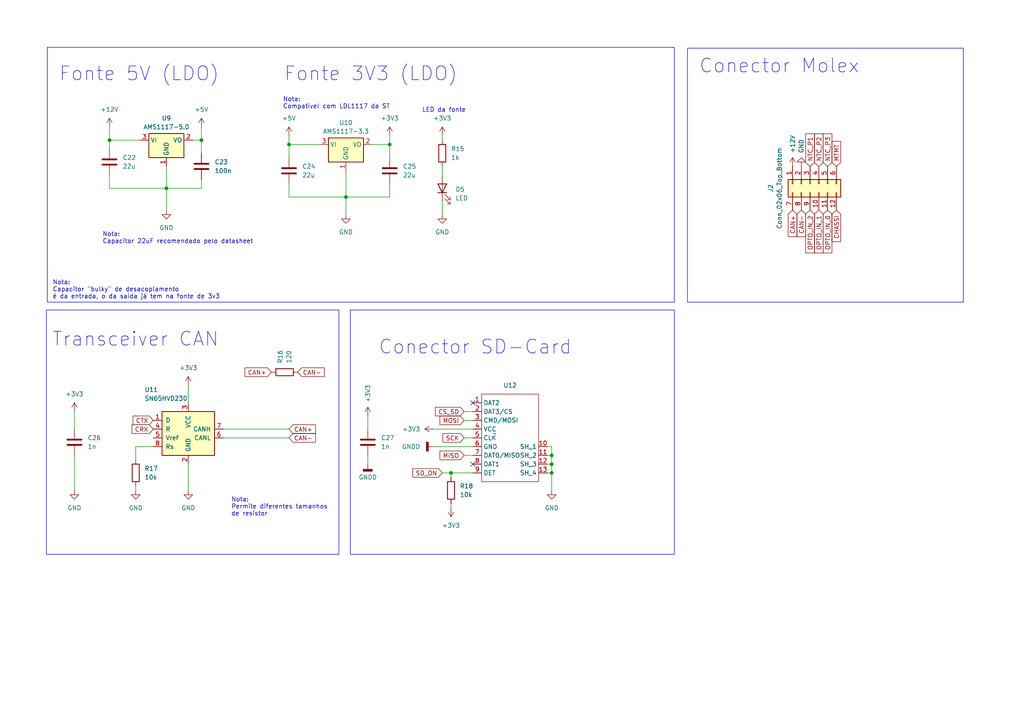
<source format=kicad_sch>
(kicad_sch (version 20231120) (generator "eeschema") (generator_version "8.0")
  (paper "A4")
  (lib_symbols
    (symbol "+3V3_1" (power) (pin_numbers hide) (pin_names (offset 0) hide)
      (property "Value" "+3V3" (at 0 3.556 0))
      (symbol "+3V3_1_0_1"
        (polyline (pts (xy -0.762 1.27) (xy 0 2.54)))
        (polyline (pts (xy 0 0) (xy 0 2.54)))
        (polyline (pts (xy 0 2.54) (xy 0.762 1.27)))
      )
      (symbol "+3V3_1_1_1"
        (pin power_in line (at 0 0 90) (length 0) (name "~") (number "1"))
      )
    )
    (symbol "Baja_Librarys:SD-CARD-GENERIC"
      (property "Reference" "U3" (at 4.445 13.97 0))
      (property "Value" "~" (at 0 0 0))
      (symbol "SD-CARD-GENERIC_0_1"
        (rectangle (start -3.81 11.43) (end 12.7 -13.97))
      )
      (symbol "SD-CARD-GENERIC_1_1"
        (pin input line (at -6.35 8.89 0) (length 2.54) (name "DAT2") (number "1"))
        (pin input line (at 15.24 -3.81 180) (length 2.54) (name "SH_1") (number "10"))
        (pin input line (at 15.24 -6.35 180) (length 2.54) (name "SH_2") (number "11"))
        (pin input line (at 15.24 -8.89 180) (length 2.54) (name "SH_3") (number "12"))
        (pin input line (at 15.24 -11.43 180) (length 2.54) (name "SH_4") (number "13"))
        (pin input line (at -6.35 6.35 0) (length 2.54) (name "DAT3/CS") (number "2"))
        (pin input line (at -6.35 3.81 0) (length 2.54) (name "CMD/MOSI") (number "3"))
        (pin input line (at -6.35 1.27 0) (length 2.54) (name "VCC") (number "4"))
        (pin input line (at -6.35 -1.27 0) (length 2.54) (name "CLK") (number "5"))
        (pin input line (at -6.35 -3.81 0) (length 2.54) (name "GND") (number "6"))
        (pin input line (at -6.35 -6.35 0) (length 2.54) (name "DAT0/MISO") (number "7"))
        (pin input line (at -6.35 -8.89 0) (length 2.54) (name "DAT1") (number "8"))
        (pin input line (at -6.35 -11.43 0) (length 2.54) (name "DET") (number "9"))
      )
    )
    (symbol "Connector_Generic:Conn_02x06_Top_Bottom" (pin_names (offset 1.016) hide)
      (property "Reference" "J" (at 1.27 7.62 0))
      (property "Value" "Conn_02x06_Top_Bottom" (at 1.27 -10.16 0))
      (symbol "Conn_02x06_Top_Bottom_1_1"
        (rectangle (start -1.27 -7.493) (end 0 -7.747) (stroke (width 0.1524)))
        (rectangle (start -1.27 -4.953) (end 0 -5.207) (stroke (width 0.1524)))
        (rectangle (start -1.27 -2.413) (end 0 -2.667) (stroke (width 0.1524)))
        (rectangle (start -1.27 0.127) (end 0 -0.127) (stroke (width 0.1524)))
        (rectangle (start -1.27 2.667) (end 0 2.413) (stroke (width 0.1524)))
        (rectangle (start -1.27 5.207) (end 0 4.953) (stroke (width 0.1524)))
        (rectangle (start -1.27 6.35) (end 3.81 -8.89) (stroke (width 0.254)) (fill (type background)))
        (rectangle (start 3.81 -7.493) (end 2.54 -7.747) (stroke (width 0.1524)))
        (rectangle (start 3.81 -4.953) (end 2.54 -5.207) (stroke (width 0.1524)))
        (rectangle (start 3.81 -2.413) (end 2.54 -2.667) (stroke (width 0.1524)))
        (rectangle (start 3.81 0.127) (end 2.54 -0.127) (stroke (width 0.1524)))
        (rectangle (start 3.81 2.667) (end 2.54 2.413) (stroke (width 0.1524)))
        (rectangle (start 3.81 5.207) (end 2.54 4.953) (stroke (width 0.1524)))
        (pin passive line (at -5.08 5.08 0) (length 3.81) (name "Pin_1") (number "1"))
        (pin passive line (at 7.62 -2.54 180) (length 3.81) (name "Pin_10") (number "10"))
        (pin passive line (at 7.62 -5.08 180) (length 3.81) (name "Pin_11") (number "11"))
        (pin passive line (at 7.62 -7.62 180) (length 3.81) (name "Pin_12") (number "12"))
        (pin passive line (at -5.08 2.54 0) (length 3.81) (name "Pin_2") (number "2"))
        (pin passive line (at -5.08 0 0) (length 3.81) (name "Pin_3") (number "3"))
        (pin passive line (at -5.08 -2.54 0) (length 3.81) (name "Pin_4") (number "4"))
        (pin passive line (at -5.08 -5.08 0) (length 3.81) (name "Pin_5") (number "5"))
        (pin passive line (at -5.08 -7.62 0) (length 3.81) (name "Pin_6") (number "6"))
        (pin passive line (at 7.62 5.08 180) (length 3.81) (name "Pin_7") (number "7"))
        (pin passive line (at 7.62 2.54 180) (length 3.81) (name "Pin_8") (number "8"))
        (pin passive line (at 7.62 0 180) (length 3.81) (name "Pin_9") (number "9"))
      )
    )
    (symbol "Device:C" (pin_numbers hide) (pin_names (offset 0.254))
      (property "Reference" "C" (at 0.635 2.54 0))
      (property "Value" "C" (at 0.635 -2.54 0))
      (symbol "C_0_1"
        (polyline (pts (xy -2.032 -0.762) (xy 2.032 -0.762)) (stroke (width 0.508)))
        (polyline (pts (xy -2.032 0.762) (xy 2.032 0.762)) (stroke (width 0.508)))
      )
      (symbol "C_1_1"
        (pin passive line (at 0 3.81 270) (length 2.794) (name "~") (number "1"))
        (pin passive line (at 0 -3.81 90) (length 2.794) (name "~") (number "2"))
      )
    )
    (symbol "Device:LED" (pin_numbers hide) (pin_names (offset 1.016) hide)
      (property "Reference" "D" (at 0 2.54 0))
      (property "Value" "LED" (at 0 -2.54 0))
      (symbol "LED_0_1"
        (polyline (pts (xy -1.27 -1.27) (xy -1.27 1.27)) (stroke (width 0.254)))
        (polyline (pts (xy -1.27 0) (xy 1.27 0)))
        (polyline (pts (xy 1.27 -1.27) (xy 1.27 1.27) (xy -1.27 0) (xy 1.27 -1.27)) (stroke (width 0.254)))
        (polyline (pts (xy -3.048 -0.762) (xy -4.572 -2.286) (xy -3.81 -2.286) (xy -4.572 -2.286) (xy -4.572 -1.524)))
        (polyline (pts (xy -1.778 -0.762) (xy -3.302 -2.286) (xy -2.54 -2.286) (xy -3.302 -2.286) (xy -3.302 -1.524)))
      )
      (symbol "LED_1_1"
        (pin passive line (at -3.81 0 0) (length 2.54) (name "K") (number "1"))
        (pin passive line (at 3.81 0 180) (length 2.54) (name "A") (number "2"))
      )
    )
    (symbol "Device:R" (pin_numbers hide) (pin_names (offset 0))
      (property "Reference" "R" (at 2.032 0 90))
      (property "Value" "R" (at 0 0 90))
      (symbol "R_0_1"
        (rectangle (start -1.016 -2.54) (end 1.016 2.54) (stroke (width 0.254)))
      )
      (symbol "R_1_1"
        (pin passive line (at 0 3.81 270) (length 1.27) (name "~") (number "1"))
        (pin passive line (at 0 -3.81 90) (length 1.27) (name "~") (number "2"))
      )
    )
    (symbol "Interface_CAN_LIN:SN65HVD230" (pin_names (offset 1.016))
      (property "Reference" "U" (at -2.54 10.16 0))
      (property "Value" "SN65HVD230" (at -2.54 7.62 0))
      (symbol "SN65HVD230_0_1"
        (rectangle (start -7.62 5.08) (end 7.62 -7.62) (stroke (width 0.254)) (fill (type background)))
      )
      (symbol "SN65HVD230_1_1"
        (pin input line (at -10.16 2.54 0) (length 2.54) (name "D") (number "1"))
        (pin power_in line (at 0 -10.16 90) (length 2.54) (name "GND") (number "2"))
        (pin power_in line (at 0 7.62 270) (length 2.54) (name "VCC") (number "3"))
        (pin output line (at -10.16 0 0) (length 2.54) (name "R") (number "4"))
        (pin output line (at -10.16 -2.54 0) (length 2.54) (name "Vref") (number "5"))
        (pin bidirectional line (at 10.16 -2.54 180) (length 2.54) (name "CANL") (number "6"))
        (pin bidirectional line (at 10.16 0 180) (length 2.54) (name "CANH") (number "7"))
        (pin input line (at -10.16 -5.08 0) (length 2.54) (name "Rs") (number "8"))
      )
    )
    (symbol "Regulator_Linear:AMS1117-3.3"
      (property "Reference" "U" (at -3.81 3.175 0))
      (property "Value" "AMS1117-3.3" (at 0 3.175 0))
      (symbol "AMS1117-3.3_0_1"
        (rectangle (start -5.08 -5.08) (end 5.08 1.905) (stroke (width 0.254)) (fill (type background)))
      )
      (symbol "AMS1117-3.3_1_1"
        (pin power_in line (at 0 -7.62 90) (length 2.54) (name "GND") (number "1"))
        (pin power_out line (at 7.62 0 180) (length 2.54) (name "VO") (number "2"))
        (pin power_in line (at -7.62 0 0) (length 2.54) (name "VI") (number "3"))
      )
    )
    (symbol "Regulator_Linear:AMS1117-5.0"
      (property "Reference" "U" (at -3.81 3.175 0))
      (property "Value" "AMS1117-5.0" (at 0 3.175 0))
      (symbol "AMS1117-5.0_0_1"
        (rectangle (start -5.08 -5.08) (end 5.08 1.905) (stroke (width 0.254)) (fill (type background)))
      )
      (symbol "AMS1117-5.0_1_1"
        (pin power_in line (at 0 -7.62 90) (length 2.54) (name "GND") (number "1"))
        (pin power_out line (at 7.62 0 180) (length 2.54) (name "VO") (number "2"))
        (pin power_in line (at -7.62 0 0) (length 2.54) (name "VI") (number "3"))
      )
    )
    (symbol "power:+12V" (power) (pin_names (offset 0))
      (property "Value" "+12V" (at 0 3.556 0))
      (symbol "+12V_0_1"
        (polyline (pts (xy -0.762 1.27) (xy 0 2.54)))
        (polyline (pts (xy 0 0) (xy 0 2.54)))
        (polyline (pts (xy 0 2.54) (xy 0.762 1.27)))
      )
      (symbol "+12V_1_1"
        (pin power_in line (at 0 0 90) (length 0) hide (name "+12V") (number "1"))
      )
    )
    (symbol "power:+3V3" (power) (pin_names (offset 0))
      (property "Value" "+3V3" (at 0 3.556 0))
      (symbol "+3V3_0_1"
        (polyline (pts (xy -0.762 1.27) (xy 0 2.54)))
        (polyline (pts (xy 0 0) (xy 0 2.54)))
        (polyline (pts (xy 0 2.54) (xy 0.762 1.27)))
      )
      (symbol "+3V3_1_1"
        (pin power_in line (at 0 0 90) (length 0) hide (name "+3V3") (number "1"))
      )
    )
    (symbol "power:+5V" (power) (pin_names (offset 0))
      (property "Value" "+5V" (at 0 3.556 0))
      (symbol "+5V_0_1"
        (polyline (pts (xy -0.762 1.27) (xy 0 2.54)))
        (polyline (pts (xy 0 0) (xy 0 2.54)))
        (polyline (pts (xy 0 2.54) (xy 0.762 1.27)))
      )
      (symbol "+5V_1_1"
        (pin power_in line (at 0 0 90) (length 0) hide (name "+5V") (number "1"))
      )
    )
    (symbol "power:GND" (power) (pin_names (offset 0))
      (property "Value" "GND" (at 0 -3.81 0))
      (symbol "GND_0_1"
        (polyline (pts (xy 0 0) (xy 0 -1.27) (xy 1.27 -1.27) (xy 0 -2.54) (xy -1.27 -1.27) (xy 0 -1.27)))
      )
      (symbol "GND_1_1"
        (pin power_in line (at 0 0 270) (length 0) hide (name "GND") (number "1"))
      )
    )
    (symbol "power:GNDD" (power) (pin_names (offset 0))
      (property "Value" "GNDD" (at 0 -3.175 0))
      (symbol "GNDD_0_1"
        (rectangle (start -1.27 -1.524) (end 1.27 -2.032) (stroke (width 0.254)) (fill (type outline)))
        (polyline (pts (xy 0 0) (xy 0 -1.524)))
      )
      (symbol "GNDD_1_1"
        (pin power_in line (at 0 0 270) (length 0) hide (name "GNDD") (number "1"))
      )
    )
  )
  (junction (at 130.81 137.16))
  (junction (at 48.26 54.61))
  (junction (at 83.82 41.91))
  (junction (at 31.75 40.64))
  (junction (at 160.02 132.08))
  (junction (at 113.03 41.91))
  (junction (at 160.02 134.62))
  (junction (at 160.02 137.16))
  (junction (at 58.42 40.64))
  (junction (at 100.33 57.15))
  (no_connect (at 137.16 134.62))
  (no_connect (at 137.16 116.84))
  (wire (pts (xy 58.42 52.07) (xy 58.42 54.61)))
  (wire (pts (xy 113.03 41.91) (xy 107.95 41.91)))
  (wire (pts (xy 134.62 127) (xy 137.16 127)))
  (wire (pts (xy 160.02 134.62) (xy 160.02 137.16)))
  (wire (pts (xy 125.73 129.54) (xy 137.16 129.54)))
  (wire (pts (xy 64.77 127) (xy 83.82 127)))
  (wire (pts (xy 31.75 50.8) (xy 31.75 54.61)))
  (wire (pts (xy 130.81 147.32) (xy 130.81 146.05)))
  (wire (pts (xy 48.26 54.61) (xy 48.26 48.26)))
  (wire (pts (xy 44.45 129.54) (xy 39.37 129.54)))
  (wire (pts (xy 113.03 53.34) (xy 113.03 57.15)))
  (wire (pts (xy 31.75 40.64) (xy 40.64 40.64)))
  (wire (pts (xy 100.33 49.53) (xy 100.33 57.15)))
  (wire (pts (xy 100.33 57.15) (xy 83.82 57.15)))
  (wire (pts (xy 83.82 57.15) (xy 83.82 53.34)))
  (wire (pts (xy 128.27 58.42) (xy 128.27 62.23)))
  (wire (pts (xy 31.75 36.83) (xy 31.75 40.64)))
  (wire (pts (xy 160.02 129.54) (xy 158.75 129.54)))
  (wire (pts (xy 100.33 57.15) (xy 100.33 62.23)))
  (wire (pts (xy 21.59 119.38) (xy 21.59 124.46)))
  (wire (pts (xy 134.62 121.92) (xy 137.16 121.92)))
  (wire (pts (xy 21.59 132.08) (xy 21.59 142.24)))
  (wire (pts (xy 58.42 36.83) (xy 58.42 40.64)))
  (wire (pts (xy 128.27 39.37) (xy 128.27 40.64)))
  (wire (pts (xy 106.68 132.08) (xy 106.68 134.62)))
  (wire (pts (xy 92.71 41.91) (xy 83.82 41.91)))
  (wire (pts (xy 134.62 119.38) (xy 137.16 119.38)))
  (wire (pts (xy 128.27 137.16) (xy 130.81 137.16)))
  (wire (pts (xy 106.68 120.65) (xy 106.68 124.46)))
  (wire (pts (xy 125.73 124.46) (xy 137.16 124.46)))
  (wire (pts (xy 83.82 41.91) (xy 83.82 45.72)))
  (wire (pts (xy 54.61 111.76) (xy 54.61 116.84)))
  (wire (pts (xy 160.02 129.54) (xy 160.02 132.08)))
  (wire (pts (xy 54.61 134.62) (xy 54.61 142.24)))
  (wire (pts (xy 113.03 39.37) (xy 113.03 41.91)))
  (wire (pts (xy 58.42 44.45) (xy 58.42 40.64)))
  (wire (pts (xy 83.82 39.37) (xy 83.82 41.91)))
  (wire (pts (xy 31.75 54.61) (xy 48.26 54.61)))
  (wire (pts (xy 113.03 57.15) (xy 100.33 57.15)))
  (wire (pts (xy 130.81 137.16) (xy 137.16 137.16)))
  (wire (pts (xy 39.37 129.54) (xy 39.37 133.35)))
  (wire (pts (xy 160.02 132.08) (xy 160.02 134.62)))
  (wire (pts (xy 39.37 140.97) (xy 39.37 142.24)))
  (wire (pts (xy 48.26 54.61) (xy 48.26 60.96)))
  (wire (pts (xy 64.77 124.46) (xy 83.82 124.46)))
  (wire (pts (xy 134.62 132.08) (xy 137.16 132.08)))
  (wire (pts (xy 113.03 45.72) (xy 113.03 41.91)))
  (wire (pts (xy 158.75 137.16) (xy 160.02 137.16)))
  (wire (pts (xy 158.75 134.62) (xy 160.02 134.62)))
  (wire (pts (xy 58.42 40.64) (xy 55.88 40.64)))
  (wire (pts (xy 158.75 132.08) (xy 160.02 132.08)))
  (wire (pts (xy 58.42 54.61) (xy 48.26 54.61)))
  (wire (pts (xy 160.02 137.16) (xy 160.02 142.24)))
  (wire (pts (xy 31.75 40.64) (xy 31.75 43.18)))
  (wire (pts (xy 128.27 48.26) (xy 128.27 50.8)))
  (wire (pts (xy 130.81 138.43) (xy 130.81 137.16)))
  (rectangle (start 199.39 13.97) (end 279.4 87.63))
  (rectangle (start 13.716 13.716) (end 195.58 87.63))
  (rectangle (start 101.6 89.916) (end 195.58 160.782))
  (rectangle (start 13.462 89.916) (end 98.298 160.782))
  (text "Conector SD-Card" (at 109.728 103.124 0) (effects (font (size 4 4)) (justify left bottom)))
  (text "Fonte 3V3 (LDO)" (at 82.296 23.876 0) (effects (font (size 4 4)) (justify left bottom)))
  (text "Fonte 5V (LDO)" (at 17.018 23.876 0) (effects (font (size 4 4)) (justify left bottom)))
  (text "Transceiver CAN" (at 14.986 100.838 0) (effects (font (size 4 4)) (justify left bottom)))
  (text "Nota:\nPermite diferentes tamanhos \nde resistor\n" (at 67.056 147.066 0) (effects (font (size 1.27 1.27)) (justify left)))
  (text "LED da fonte" (at 128.778 32.004 0) (effects (font (size 1.27 1.27))))
  (text "Conector Molex" (at 202.692 21.59 0) (effects (font (size 4 4)) (justify left bottom)))
  (text "Nota:\nCompatível com LDL1117 da ST" (at 82.042 29.972 0) (effects (font (size 1.27 1.27)) (justify left)))
  (text "Nota:\nCapacitor 22uF recomendado pelo datasheet" (at 29.718 69.088 0) (effects (font (size 1.27 1.27)) (justify left)))
  (text "Nota:\nCapacitor \"bulky\" de desacoplamento \né da entrada, o da saída já tem na fonte de 3v3" (at 15.24 84.074 0) (effects (font (size 1.27 1.27)) (justify left)))
  (global_label "CRX" (shape input) (at 44.45 124.46 180) (property "Intersheetrefs" "${INTERSHEET_REFS}" (effects (hide yes))))
  (global_label "CAN-" (shape input) (at 232.41 60.96 270) (property "Intersheetrefs" "${INTERSHEET_REFS}" (effects (hide yes))))
  (global_label "OPTO_IN_2" (shape input) (at 234.95 60.96 270) (property "Intersheetrefs" "${INTERSHEET_REFS}" (effects (hide yes))))
  (global_label "SCK" (shape input) (at 134.62 127 180) (property "Intersheetrefs" "${INTERSHEET_REFS}" (effects (hide yes))))
  (global_label "NTC_P2" (shape input) (at 237.49 48.26 90) (property "Intersheetrefs" "${INTERSHEET_REFS}" (effects (hide yes))))
  (global_label "SD_ON" (shape input) (at 128.27 137.16 180) (property "Intersheetrefs" "${INTERSHEET_REFS}" (effects (hide yes))))
  (global_label "CS_SD" (shape input) (at 134.62 119.38 180) (property "Intersheetrefs" "${INTERSHEET_REFS}" (effects (hide yes))))
  (global_label "CHASSI" (shape input) (at 242.57 60.96 270) (property "Intersheetrefs" "${INTERSHEET_REFS}" (effects (hide yes))))
  (global_label "CAN-" (shape input) (at 86.36 107.95 0) (property "Intersheetrefs" "${INTERSHEET_REFS}" (effects (hide yes))))
  (global_label "CAN-" (shape input) (at 83.82 127 0) (property "Intersheetrefs" "${INTERSHEET_REFS}" (effects (hide yes))))
  (global_label "CTX" (shape input) (at 44.45 121.92 180) (property "Intersheetrefs" "${INTERSHEET_REFS}" (effects (hide yes))))
  (global_label "OPTO_IN_0" (shape input) (at 240.03 60.96 270) (property "Intersheetrefs" "${INTERSHEET_REFS}" (effects (hide yes))))
  (global_label "CAN+" (shape input) (at 229.87 60.96 270) (property "Intersheetrefs" "${INTERSHEET_REFS}" (effects (hide yes))))
  (global_label "OPTO_IN_1" (shape input) (at 237.49 60.96 270) (property "Intersheetrefs" "${INTERSHEET_REFS}" (effects (hide yes))))
  (global_label "NTC_P1" (shape input) (at 234.95 48.26 90) (property "Intersheetrefs" "${INTERSHEET_REFS}" (effects (hide yes))))
  (global_label "MTMT" (shape input) (at 242.57 48.26 90) (property "Intersheetrefs" "${INTERSHEET_REFS}" (effects (hide yes))))
  (global_label "NTC_P3" (shape input) (at 240.03 48.26 90) (property "Intersheetrefs" "${INTERSHEET_REFS}" (effects (hide yes))))
  (global_label "CAN+" (shape input) (at 83.82 124.46 0) (property "Intersheetrefs" "${INTERSHEET_REFS}" (effects (hide yes))))
  (global_label "CAN+" (shape input) (at 78.74 107.95 180) (property "Intersheetrefs" "${INTERSHEET_REFS}" (effects (hide yes))))
  (global_label "MISO" (shape input) (at 134.62 132.08 180) (property "Intersheetrefs" "${INTERSHEET_REFS}" (effects (hide yes))))
  (global_label "MOSI" (shape input) (at 134.62 121.92 180) (property "Intersheetrefs" "${INTERSHEET_REFS}" (effects (hide yes))))
  (symbol (lib_id "Baja_Librarys:SD-CARD-GENERIC") (at 143.51 125.73 0) (unit 1)
    (property "Reference" "U12" (at 147.955 111.76 0))
    (property "Value" "~" (at 143.51 125.73 0))
    (property "Footprint" "Baja_Library:SD-CARD-GENERIC" (effects (hide yes)))
  )
  (symbol (lib_id "power:+3V3") (at 106.68 120.65 0) (unit 1)
    (property "Reference" "#PWR072" (effects (hide yes)))
    (property "Value" "+3V3" (at 106.6801 116.84 90) (effects (justify left)))
    (property "Description" "Power symbol creates a global label with name \"+3V3\"" (effects (hide yes)))
  )
  (symbol (lib_id "power:+3V3") (at 113.03 39.37 0) (unit 1)
    (property "Reference" "#PWR063" (effects (hide yes)))
    (property "Value" "+3V3" (at 113.03 34.29 0))
    (property "Description" "Power symbol creates a global label with name \"+3V3\"" (effects (hide yes)))
  )
  (symbol (lib_id "power:+5V") (at 58.42 36.83 0) (unit 1)
    (property "Reference" "#PWR061" (effects (hide yes)))
    (property "Value" "+5V" (at 58.42 31.75 0))
    (property "Description" "Power symbol creates a global label with name \"+5V\"" (effects (hide yes)))
  )
  (symbol (lib_id "power:+12V") (at 229.87 48.26 0) (mirror y) (unit 1)
    (property "Reference" "#PWR065" (effects (hide yes)))
    (property "Value" "+12V" (at 229.8699 44.45 90) (effects (justify left)))
    (property "Description" "Power symbol creates a global label with name \"+12V\"" (effects (hide yes)))
  )
  (symbol (lib_id "power:GNDD") (at 125.73 129.54 270) (unit 1)
    (property "Reference" "#PWR074" (effects (hide yes)))
    (property "Value" "GNDD" (at 121.92 129.5399 90) (effects (justify right)))
    (property "Description" "Power symbol creates a global label with name \"GNDD\" , digital ground" (effects (hide yes)))
  )
  (symbol (lib_id "power:GND") (at 232.41 48.26 0) (mirror x) (unit 1)
    (property "Reference" "#PWR066" (effects (hide yes)))
    (property "Value" "GND" (at 232.4099 44.45 90) (effects (justify right)))
    (property "Description" "Power symbol creates a global label with name \"GND\" , ground" (effects (hide yes)))
  )
  (symbol (lib_id "Device:C") (at 21.59 128.27 0) (unit 1)
    (property "Reference" "C26" (at 25.4 126.9999 0) (effects (justify left)))
    (property "Value" "1n" (at 25.4 129.5399 0) (effects (justify left)))
    (property "Footprint" "Capacitor_SMD:C_0603_1608Metric_Pad1.08x0.95mm_HandSolder" (effects (hide yes)))
    (property "Description" "Unpolarized capacitor" (effects (hide yes)))
  )
  (symbol (lib_id "Regulator_Linear:AMS1117-3.3") (at 100.33 41.91 0) (unit 1)
    (property "Reference" "U10" (at 100.33 35.56 0))
    (property "Value" "AMS1117-3.3" (at 100.33 38.1 0))
    (property "Footprint" "Package_TO_SOT_SMD:SOT-223-3_TabPin2" (effects (hide yes)))
    (property "Datasheet" "http://www.advanced-monolithic.com/pdf/ds1117.pdf" (effects (hide yes)))
    (property "Description" "1A Low Dropout regulator, positive, 3.3V fixed output, SOT-223" (effects (hide yes)))
  )
  (symbol (lib_id "power:+3V3") (at 125.73 124.46 90) (unit 1)
    (property "Reference" "#PWR073" (effects (hide yes)))
    (property "Value" "+3V3" (at 121.92 124.4599 90) (effects (justify left)))
    (property "Description" "Power symbol creates a global label with name \"+3V3\"" (effects (hide yes)))
  )
  (symbol (lib_id "Device:R") (at 39.37 137.16 0) (unit 1)
    (property "Reference" "R17" (at 41.91 135.89 0) (effects (justify left)))
    (property "Value" "10k" (at 41.91 138.43 0) (effects (justify left)))
    (property "Footprint" "Resistor_SMD:R_1206_3216Metric_Pad1.30x1.75mm_HandSolder" (effects (hide yes)))
  )
  (symbol (lib_id "power:GND") (at 128.27 62.23 0) (unit 1)
    (property "Reference" "#PWR069" (effects (hide yes)))
    (property "Value" "GND" (at 128.27 67.31 0))
    (property "Description" "Power symbol creates a global label with name \"GND\" , ground" (effects (hide yes)))
  )
  (symbol (lib_id "Device:R") (at 130.81 142.24 0) (unit 1)
    (property "Reference" "R18" (at 133.35 140.9699 0) (effects (justify left)))
    (property "Value" "10k" (at 133.35 143.5099 0) (effects (justify left)))
    (property "Footprint" "Resistor_SMD:R_1206_3216Metric_Pad1.30x1.75mm_HandSolder" (effects (hide yes)))
    (property "Description" "Resistor" (effects (hide yes)))
  )
  (symbol (lib_id "power:+3V3") (at 21.59 119.38 0) (unit 1)
    (property "Reference" "#PWR071" (effects (hide yes)))
    (property "Value" "+3V3" (at 21.59 114.3 0))
    (property "Description" "Power symbol creates a global label with name \"+3V3\"" (effects (hide yes)))
  )
  (symbol (lib_id "Device:C") (at 31.75 46.99 0) (unit 1)
    (property "Reference" "C22" (at 35.56 45.7199 0) (effects (justify left)))
    (property "Value" "22u" (at 35.56 48.2599 0) (effects (justify left)))
    (property "Footprint" "Capacitor_THT:CP_Radial_D6.3mm_P2.50mm" (effects (hide yes)))
    (property "Description" "Unpolarized capacitor" (effects (hide yes)))
  )
  (symbol (lib_id "Regulator_Linear:AMS1117-5.0") (at 48.26 40.64 0) (unit 1)
    (property "Reference" "U9" (at 48.26 34.29 0))
    (property "Value" "AMS1117-5.0" (at 48.26 36.83 0))
    (property "Footprint" "Package_TO_SOT_SMD:SOT-223-3_TabPin2" (effects (hide yes)))
    (property "Datasheet" "http://www.advanced-monolithic.com/pdf/ds1117.pdf" (effects (hide yes)))
    (property "Description" "1A Low Dropout regulator, positive, 5.0V fixed output, SOT-223" (effects (hide yes)))
  )
  (symbol (lib_id "Device:LED") (at 128.27 54.61 90) (unit 1)
    (property "Reference" "D5" (at 132.08 54.9274 90) (effects (justify right)))
    (property "Value" "LED" (at 132.08 57.4674 90) (effects (justify right)))
    (property "Footprint" "Baja_Library:LED_1210_HandSoldering" (effects (hide yes)))
    (property "Description" "Light emitting diode" (effects (hide yes)))
  )
  (symbol (lib_id "power:GND") (at 48.26 60.96 0) (unit 1)
    (property "Reference" "#PWR067" (effects (hide yes)))
    (property "Value" "GND" (at 48.26 66.04 0))
    (property "Description" "Power symbol creates a global label with name \"GND\" , ground" (effects (hide yes)))
  )
  (symbol (lib_id "power:GNDD") (at 106.68 134.62 0) (unit 1)
    (property "Reference" "#PWR075" (effects (hide yes)))
    (property "Value" "GNDD" (at 106.68 138.43 0))
    (property "Description" "Power symbol creates a global label with name \"GNDD\" , digital ground" (effects (hide yes)))
  )
  (symbol (lib_id "power:GND") (at 39.37 142.24 0) (unit 1)
    (property "Reference" "#PWR077" (effects (hide yes)))
    (property "Value" "GND" (at 39.37 147.32 0))
    (property "Description" "Power symbol creates a global label with name \"GND\" , ground" (effects (hide yes)))
  )
  (symbol (lib_id "power:+12V") (at 31.75 36.83 0) (unit 1)
    (property "Reference" "#PWR060" (effects (hide yes)))
    (property "Value" "+12V" (at 31.75 31.75 0))
    (property "Description" "Power symbol creates a global label with name \"+12V\"" (effects (hide yes)))
  )
  (symbol (lib_id "Device:C") (at 113.03 49.53 0) (unit 1)
    (property "Reference" "C25" (at 116.84 48.2599 0) (effects (justify left)))
    (property "Value" "22u" (at 116.84 50.7999 0) (effects (justify left)))
    (property "Footprint" "Capacitor_THT:CP_Radial_D6.3mm_P2.50mm" (effects (hide yes)))
    (property "Description" "Unpolarized capacitor" (effects (hide yes)))
  )
  (symbol (lib_name "+3V3_1") (lib_id "power:+3V3") (at 130.81 147.32 180) (unit 1)
    (property "Reference" "#PWR080" (effects (hide yes)))
    (property "Value" "+3V3" (at 130.81 152.4 0))
    (property "Description" "Power symbol creates a global label with name \"+3V3\"" (effects (hide yes)))
  )
  (symbol (lib_id "Device:C") (at 106.68 128.27 0) (unit 1)
    (property "Reference" "C27" (at 110.49 126.9999 0) (effects (justify left)))
    (property "Value" "1n" (at 110.49 129.5399 0) (effects (justify left)))
    (property "Footprint" "Capacitor_SMD:C_0603_1608Metric_Pad1.08x0.95mm_HandSolder" (effects (hide yes)))
    (property "Description" "Unpolarized capacitor" (effects (hide yes)))
  )
  (symbol (lib_id "Device:C") (at 58.42 48.26 0) (unit 1)
    (property "Reference" "C23" (at 62.23 46.9899 0) (effects (justify left)))
    (property "Value" "100n" (at 62.23 49.5299 0) (effects (justify left)))
    (property "Footprint" "Capacitor_SMD:C_0603_1608Metric_Pad1.08x0.95mm_HandSolder" (effects (hide yes)))
    (property "Description" "Unpolarized capacitor" (effects (hide yes)))
  )
  (symbol (lib_id "power:GND") (at 54.61 142.24 0) (unit 1)
    (property "Reference" "#PWR078" (effects (hide yes)))
    (property "Value" "GND" (at 54.61 147.32 0))
    (property "Description" "Power symbol creates a global label with name \"GND\" , ground" (effects (hide yes)))
  )
  (symbol (lib_id "power:+3V3") (at 54.61 111.76 0) (unit 1)
    (property "Reference" "#PWR070" (effects (hide yes)))
    (property "Value" "+3V3" (at 54.61 106.68 0))
    (property "Description" "Power symbol creates a global label with name \"+3V3\"" (effects (hide yes)))
  )
  (symbol (lib_id "power:+5V") (at 83.82 39.37 0) (unit 1)
    (property "Reference" "#PWR062" (effects (hide yes)))
    (property "Value" "+5V" (at 83.82 34.29 0))
    (property "Description" "Power symbol creates a global label with name \"+5V\"" (effects (hide yes)))
  )
  (symbol (lib_id "Device:R") (at 82.55 107.95 90) (unit 1)
    (property "Reference" "R16" (at 81.28 105.41 0) (effects (justify left)))
    (property "Value" "120" (at 83.82 105.41 0) (effects (justify left)))
    (property "Footprint" "Capacitor_SMD:C_0603_1608Metric_Pad1.08x0.95mm_HandSolder" (effects (hide yes)))
  )
  (symbol (lib_id "Interface_CAN_LIN:SN65HVD230") (at 54.61 124.46 0) (unit 1)
    (property "Reference" "U11" (at 41.91 113.03 0) (effects (justify left)))
    (property "Value" "SN65HVD230" (at 41.91 115.57 0) (effects (justify left)))
    (property "Footprint" "Package_SO:SOIC-8_3.9x4.9mm_P1.27mm" (effects (hide yes)))
    (property "Datasheet" "http://www.ti.com/lit/ds/symlink/sn65hvd230.pdf" (effects (hide yes)))
  )
  (symbol (lib_id "power:GND") (at 160.02 142.24 0) (unit 1)
    (property "Reference" "#PWR079" (effects (hide yes)))
    (property "Value" "GND" (at 160.02 147.32 0))
    (property "Description" "Power symbol creates a global label with name \"GND\" , ground" (effects (hide yes)))
  )
  (symbol (lib_id "power:+3V3") (at 128.27 39.37 0) (unit 1)
    (property "Reference" "#PWR064" (effects (hide yes)))
    (property "Value" "+3V3" (at 128.27 34.29 0))
    (property "Description" "Power symbol creates a global label with name \"+3V3\"" (effects (hide yes)))
  )
  (symbol (lib_id "Connector_Generic:Conn_02x06_Top_Bottom") (at 234.95 53.34 90) (mirror x) (unit 1)
    (property "Reference" "J2" (at 223.52 54.61 0))
    (property "Value" "Conn_02x06_Top_Bottom" (at 226.06 54.61 0))
    (property "Footprint" "Baja_Library:MX120G" (effects (hide yes)))
    (property "Description" "Generic connector, double row, 02x06, top/bottom pin numbering scheme (row 1: 1...pins_per_row, row2: pins_per_row+1 ... num_pins), script generated (kicad-library-utils/schlib/autogen/connector/)" (effects (hide yes)))
  )
  (symbol (lib_id "power:GND") (at 100.33 62.23 0) (unit 1)
    (property "Reference" "#PWR068" (effects (hide yes)))
    (property "Value" "GND" (at 100.33 67.31 0))
    (property "Description" "Power symbol creates a global label with name \"GND\" , ground" (effects (hide yes)))
  )
  (symbol (lib_id "Device:R") (at 128.27 44.45 0) (unit 1)
    (property "Reference" "R15" (at 130.81 43.1799 0) (effects (justify left)))
    (property "Value" "1k" (at 130.81 45.7199 0) (effects (justify left)))
    (property "Footprint" "Resistor_SMD:R_1206_3216Metric_Pad1.30x1.75mm_HandSolder" (effects (hide yes)))
    (property "Description" "Resistor" (effects (hide yes)))
  )
  (symbol (lib_id "power:GND") (at 21.59 142.24 0) (unit 1)
    (property "Reference" "#PWR076" (effects (hide yes)))
    (property "Value" "GND" (at 21.59 147.32 0))
    (property "Description" "Power symbol creates a global label with name \"GND\" , ground" (effects (hide yes)))
  )
  (symbol (lib_id "Device:C") (at 83.82 49.53 0) (unit 1)
    (property "Reference" "C24" (at 87.63 48.2599 0) (effects (justify left)))
    (property "Value" "22u" (at 87.63 50.7999 0) (effects (justify left)))
    (property "Footprint" "Capacitor_THT:CP_Radial_D6.3mm_P2.50mm" (effects (hide yes)))
    (property "Description" "Unpolarized capacitor" (effects (hide yes)))
  )
)
</source>
